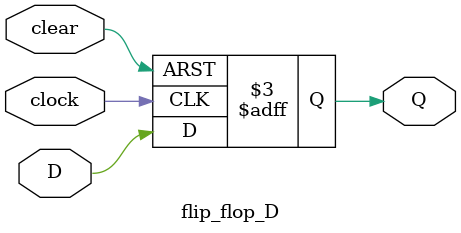
<source format=v>
module flip_flop_D (
    input D,                // Entrada de dados
    input clock,            // Sinal de clock
    input clear,            // Sinal de reset (clear)
    output reg Q            // Saída do flip-flop
);

    // Sempre que houver uma transição de borda de subida no clock ou uma transição de borda de descida no clear
    always @ (posedge clock, negedge clear) begin
        
        // Se o sinal clear estiver ativo (0), zera a saída Q
        if(clear == 1'b0) 
            Q <= 1'b0;
        // Caso contrário, se houver uma borda de subida no clock, atualiza a saída Q com o valor de D
        else if(clock) 
            Q <= D;
    end

endmodule

/*
  Este módulo implementa um flip-flop tipo D.
  - A saída Q é atualizada com o valor da entrada D na borda de subida do clock.
  - Se o sinal de clear estiver ativo (0), a saída Q será zerada (0).
*/

</source>
